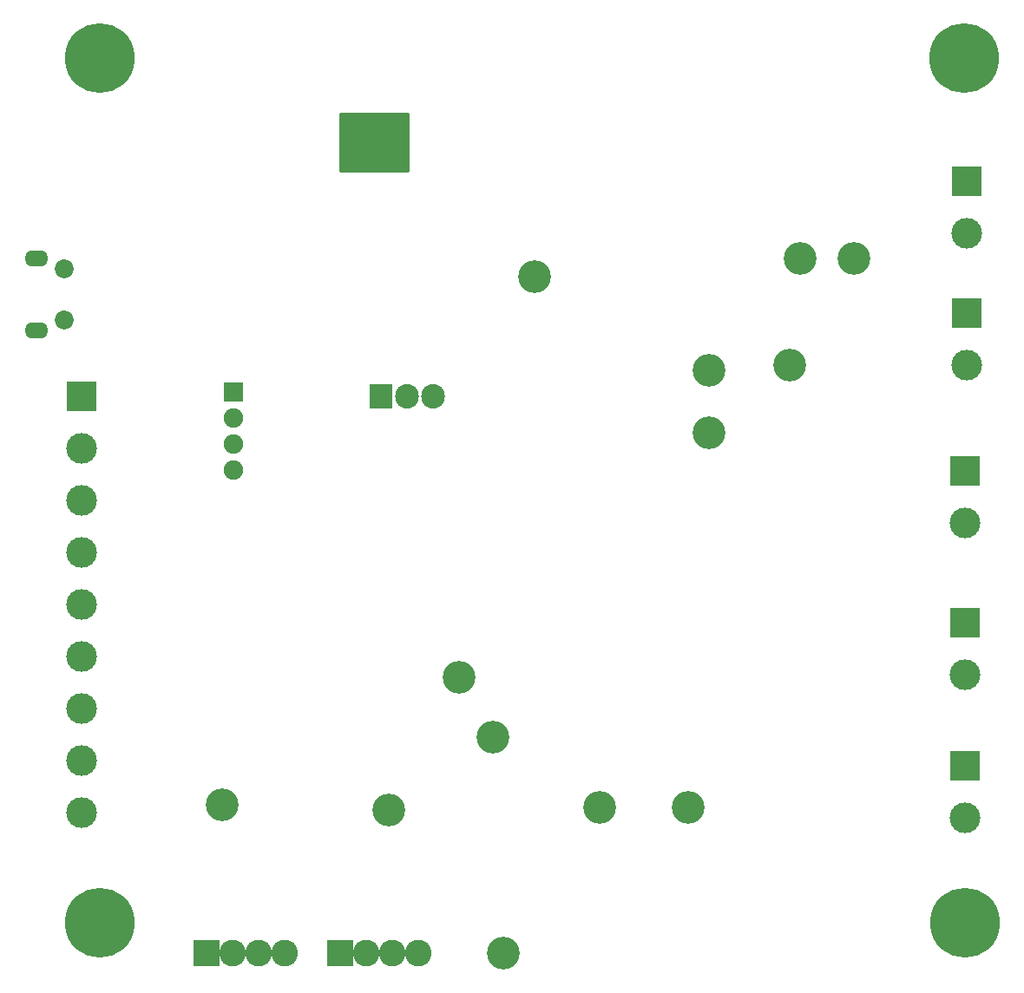
<source format=gbs>
G04 #@! TF.GenerationSoftware,KiCad,Pcbnew,5.1.6-c6e7f7d~87~ubuntu18.04.1*
G04 #@! TF.CreationDate,2020-08-03T14:56:27+01:00*
G04 #@! TF.ProjectId,garden,67617264-656e-42e6-9b69-6361645f7063,rev?*
G04 #@! TF.SameCoordinates,Original*
G04 #@! TF.FileFunction,Soldermask,Bot*
G04 #@! TF.FilePolarity,Negative*
%FSLAX46Y46*%
G04 Gerber Fmt 4.6, Leading zero omitted, Abs format (unit mm)*
G04 Created by KiCad (PCBNEW 5.1.6-c6e7f7d~87~ubuntu18.04.1) date 2020-08-03 14:56:27*
%MOMM*%
%LPD*%
G01*
G04 APERTURE LIST*
%ADD10C,3.200000*%
%ADD11C,3.000000*%
%ADD12R,3.000000X3.000000*%
%ADD13O,2.305000X2.400000*%
%ADD14R,2.305000X2.400000*%
%ADD15C,1.900000*%
%ADD16R,1.900000X1.900000*%
%ADD17O,2.300000X1.600000*%
%ADD18C,1.850000*%
%ADD19C,2.600000*%
%ADD20R,2.600000X2.600000*%
%ADD21C,6.800000*%
%ADD22C,0.254000*%
G04 APERTURE END LIST*
D10*
X137076000Y-76708000D03*
X131826000Y-76708000D03*
X105918000Y-78486000D03*
X102870000Y-144526000D03*
X130810000Y-87122000D03*
X122936000Y-87630000D03*
X91694000Y-130556000D03*
X75438000Y-130048000D03*
X122936000Y-93726000D03*
X112268000Y-130302000D03*
X120904000Y-130302000D03*
X101854000Y-123444000D03*
X98552000Y-117602000D03*
D11*
X61722000Y-130810000D03*
X61722000Y-125730000D03*
X61722000Y-120650000D03*
X61722000Y-115570000D03*
X61722000Y-110490000D03*
X61722000Y-105410000D03*
X61722000Y-100330000D03*
X61722000Y-95250000D03*
D12*
X61722000Y-90170000D03*
D13*
X96012000Y-90170000D03*
X93472000Y-90170000D03*
D14*
X90932000Y-90170000D03*
D15*
X76559000Y-97415000D03*
X76559000Y-94875000D03*
X76559000Y-92335000D03*
D16*
X76559000Y-89795000D03*
D17*
X57309500Y-83764000D03*
X57309500Y-76764000D03*
D18*
X60009500Y-82764000D03*
X60009500Y-77764000D03*
D11*
X148082000Y-87122000D03*
D12*
X148082000Y-82042000D03*
D19*
X94615000Y-144526000D03*
X92075000Y-144526000D03*
X89535000Y-144526000D03*
D20*
X86995000Y-144526000D03*
D19*
X81534000Y-144526000D03*
X78994000Y-144526000D03*
X76454000Y-144526000D03*
D20*
X73914000Y-144526000D03*
D11*
X147955000Y-131318000D03*
D12*
X147955000Y-126238000D03*
D11*
X147955000Y-117348000D03*
D12*
X147955000Y-112268000D03*
D11*
X147955000Y-102552500D03*
D12*
X147955000Y-97472500D03*
D11*
X148082000Y-74295000D03*
D12*
X148082000Y-69215000D03*
D21*
X63500000Y-141605000D03*
X147955000Y-141605000D03*
X147828000Y-57150000D03*
X63500000Y-57150000D03*
D22*
G36*
X93599000Y-68199000D02*
G01*
X86995000Y-68199000D01*
X86995000Y-62611000D01*
X93599000Y-62611000D01*
X93599000Y-68199000D01*
G37*
X93599000Y-68199000D02*
X86995000Y-68199000D01*
X86995000Y-62611000D01*
X93599000Y-62611000D01*
X93599000Y-68199000D01*
M02*

</source>
